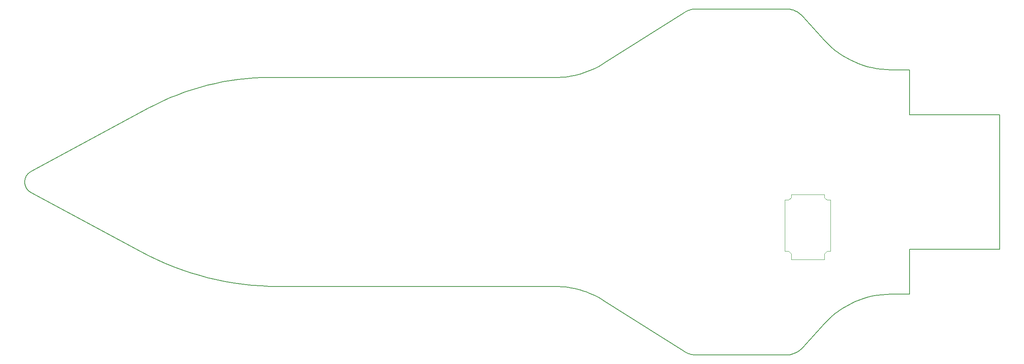
<source format=gbr>
%TF.GenerationSoftware,KiCad,Pcbnew,9.0.2*%
%TF.CreationDate,2025-06-18T16:04:02-05:00*%
%TF.ProjectId,NeoSword,4e656f53-776f-4726-942e-6b696361645f,rev?*%
%TF.SameCoordinates,Original*%
%TF.FileFunction,Profile,NP*%
%FSLAX46Y46*%
G04 Gerber Fmt 4.6, Leading zero omitted, Abs format (unit mm)*
G04 Created by KiCad (PCBNEW 9.0.2) date 2025-06-18 16:04:02*
%MOMM*%
%LPD*%
G01*
G04 APERTURE LIST*
%TA.AperFunction,Profile*%
%ADD10C,0.150000*%
%TD*%
%TA.AperFunction,Profile*%
%ADD11C,0.050000*%
%TD*%
G04 APERTURE END LIST*
D10*
X211564143Y-67132414D02*
X211827865Y-67139365D01*
X212089561Y-67160074D01*
X212348744Y-67194324D01*
X212604928Y-67241902D01*
X212857628Y-67302591D01*
X213106357Y-67376177D01*
X213350628Y-67462443D01*
X213589957Y-67561174D01*
X213823857Y-67672155D01*
X214051842Y-67795170D01*
X214273425Y-67930004D01*
X214488120Y-68076441D01*
X214695442Y-68234267D01*
X214894905Y-68403265D01*
X215086021Y-68583220D01*
X215268306Y-68773917D01*
X220115886Y-74120436D01*
X220845030Y-74883229D01*
X221609500Y-75603054D01*
X222407352Y-76279050D01*
X223236642Y-76910356D01*
X224095423Y-77496109D01*
X224981754Y-78035448D01*
X225893687Y-78527511D01*
X226829280Y-78971437D01*
X227786587Y-79366363D01*
X228763664Y-79711428D01*
X229758566Y-80005770D01*
X230769350Y-80248527D01*
X231794069Y-80438838D01*
X232830780Y-80575841D01*
X233877538Y-80658675D01*
X234932399Y-80686476D01*
X239085231Y-80686476D01*
X239085231Y-90686480D01*
X259085231Y-90686480D01*
X259085231Y-120686480D01*
X239085231Y-120686480D01*
X239085231Y-130686480D01*
X234932399Y-130686480D01*
X233877533Y-130714283D01*
X232830770Y-130797117D01*
X231794055Y-130934121D01*
X230769332Y-131124432D01*
X229758546Y-131367189D01*
X228763641Y-131661531D01*
X227786562Y-132006595D01*
X226829253Y-132401521D01*
X225893659Y-132845445D01*
X224981725Y-133337507D01*
X224095394Y-133876845D01*
X223236611Y-134462596D01*
X222407322Y-135093900D01*
X221609470Y-135769895D01*
X220844999Y-136489718D01*
X220115855Y-137252508D01*
X215268275Y-142599032D01*
X215085991Y-142789732D01*
X214894874Y-142969691D01*
X214695412Y-143138692D01*
X214488090Y-143296521D01*
X214273395Y-143442961D01*
X214051812Y-143577798D01*
X213823829Y-143700817D01*
X213589931Y-143811800D01*
X213350603Y-143910534D01*
X213106334Y-143996803D01*
X212857607Y-144070391D01*
X212604910Y-144131083D01*
X212348730Y-144178663D01*
X212089551Y-144212916D01*
X211827860Y-144233627D01*
X211564143Y-144240580D01*
X191564143Y-144240542D01*
X191386848Y-144237398D01*
X191210167Y-144227998D01*
X191034257Y-144212386D01*
X190859278Y-144190610D01*
X190685386Y-144162713D01*
X190512741Y-144128744D01*
X190341501Y-144088747D01*
X190171823Y-144042768D01*
X190003865Y-143990853D01*
X189837787Y-143933048D01*
X189673746Y-143869398D01*
X189511899Y-143799950D01*
X189352406Y-143724750D01*
X189195425Y-143643842D01*
X189041113Y-143557274D01*
X188889629Y-143465090D01*
X170898204Y-132074778D01*
X170292264Y-131706044D01*
X169675013Y-131359771D01*
X169047085Y-131036141D01*
X168409110Y-130735339D01*
X167761722Y-130457548D01*
X167105552Y-130202950D01*
X166441234Y-129971730D01*
X165769399Y-129764070D01*
X165090680Y-129580155D01*
X164405709Y-129420166D01*
X163715119Y-129284289D01*
X163019541Y-129172705D01*
X162319609Y-129085599D01*
X161615954Y-129023154D01*
X160909210Y-128985553D01*
X160200007Y-128972979D01*
X98691875Y-128972960D01*
X96674340Y-128941658D01*
X94662153Y-128847988D01*
X92656708Y-128692301D01*
X90659400Y-128474950D01*
X88671627Y-128196287D01*
X86694783Y-127856665D01*
X84730264Y-127456434D01*
X82779466Y-126995949D01*
X80843785Y-126475560D01*
X78924616Y-125895621D01*
X77023356Y-125256482D01*
X75141399Y-124558497D01*
X73280143Y-123802018D01*
X71440982Y-122987397D01*
X69625312Y-122114986D01*
X67834529Y-121185137D01*
X43435634Y-108031782D01*
X43355742Y-107986935D01*
X43277791Y-107939600D01*
X43201821Y-107889842D01*
X43127870Y-107837727D01*
X43055978Y-107783319D01*
X42986183Y-107726685D01*
X42918525Y-107667889D01*
X42853042Y-107606996D01*
X42789773Y-107544073D01*
X42728758Y-107479184D01*
X42670035Y-107412396D01*
X42613643Y-107343772D01*
X42559622Y-107273378D01*
X42508010Y-107201280D01*
X42458847Y-107127544D01*
X42412171Y-107052233D01*
X42368022Y-106975414D01*
X42326438Y-106897152D01*
X42287459Y-106817513D01*
X42251122Y-106736561D01*
X42217469Y-106654362D01*
X42186536Y-106570982D01*
X42158364Y-106486484D01*
X42132992Y-106400936D01*
X42110458Y-106314402D01*
X42090801Y-106226948D01*
X42074061Y-106138638D01*
X42060277Y-106049538D01*
X42049486Y-105959715D01*
X42041730Y-105869231D01*
X42037045Y-105778154D01*
X42035472Y-105686549D01*
X42041712Y-105503865D01*
X42060242Y-105323556D01*
X42090750Y-105146145D01*
X42132924Y-104972152D01*
X42186452Y-104802102D01*
X42251022Y-104636516D01*
X42326322Y-104475917D01*
X42412040Y-104320829D01*
X42507864Y-104171773D01*
X42613483Y-104029271D01*
X42728584Y-103893847D01*
X42852855Y-103766024D01*
X42985985Y-103646323D01*
X43127661Y-103535267D01*
X43277572Y-103433379D01*
X43435405Y-103341181D01*
X69635371Y-89216910D01*
X71202872Y-88402996D01*
X72792157Y-87639358D01*
X74402004Y-86926303D01*
X76031192Y-86264141D01*
X77678499Y-85653178D01*
X79342705Y-85093724D01*
X81022586Y-84586087D01*
X82716922Y-84130575D01*
X84424491Y-83727496D01*
X86144073Y-83377159D01*
X87874444Y-83079872D01*
X89614384Y-82835944D01*
X91362672Y-82645682D01*
X93118086Y-82509394D01*
X94879403Y-82427390D01*
X96645404Y-82399977D01*
X160200000Y-82400000D01*
X160909204Y-82387424D01*
X161615950Y-82349821D01*
X162319606Y-82287374D01*
X163019540Y-82200267D01*
X163715119Y-82088681D01*
X164405711Y-81952802D01*
X165090683Y-81792812D01*
X165769404Y-81608894D01*
X166441239Y-81401233D01*
X167105558Y-81170011D01*
X167761728Y-80915411D01*
X168409116Y-80637617D01*
X169047090Y-80336813D01*
X169675018Y-80013182D01*
X170292266Y-79666906D01*
X170898204Y-79298170D01*
X188889598Y-67907874D01*
X189041079Y-67815688D01*
X189195389Y-67729118D01*
X189352368Y-67648209D01*
X189511858Y-67573006D01*
X189673702Y-67503556D01*
X189837742Y-67439904D01*
X190003819Y-67382097D01*
X190171775Y-67330180D01*
X190341452Y-67284198D01*
X190512693Y-67244198D01*
X190685339Y-67210226D01*
X190859232Y-67182327D01*
X191034214Y-67160548D01*
X191210127Y-67144934D01*
X191386812Y-67135530D01*
X191564113Y-67132384D01*
X211564143Y-67132414D01*
D11*
%TO.C,J12*%
X220100000Y-109137437D02*
X220378988Y-109418718D01*
X220657976Y-109700000D01*
X221400000Y-109700000D01*
X221400000Y-121100000D01*
X220650000Y-121100000D01*
X220100001Y-121654998D01*
X220100000Y-122994947D01*
X212700000Y-122994947D01*
X212700000Y-121660456D01*
X212150000Y-121100000D01*
X211300000Y-121100000D01*
X211300000Y-109700000D01*
X212149536Y-109700000D01*
X212700000Y-109148976D01*
X212700000Y-108494947D01*
X220100000Y-108494947D01*
X220100000Y-109137437D01*
%TD*%
M02*

</source>
